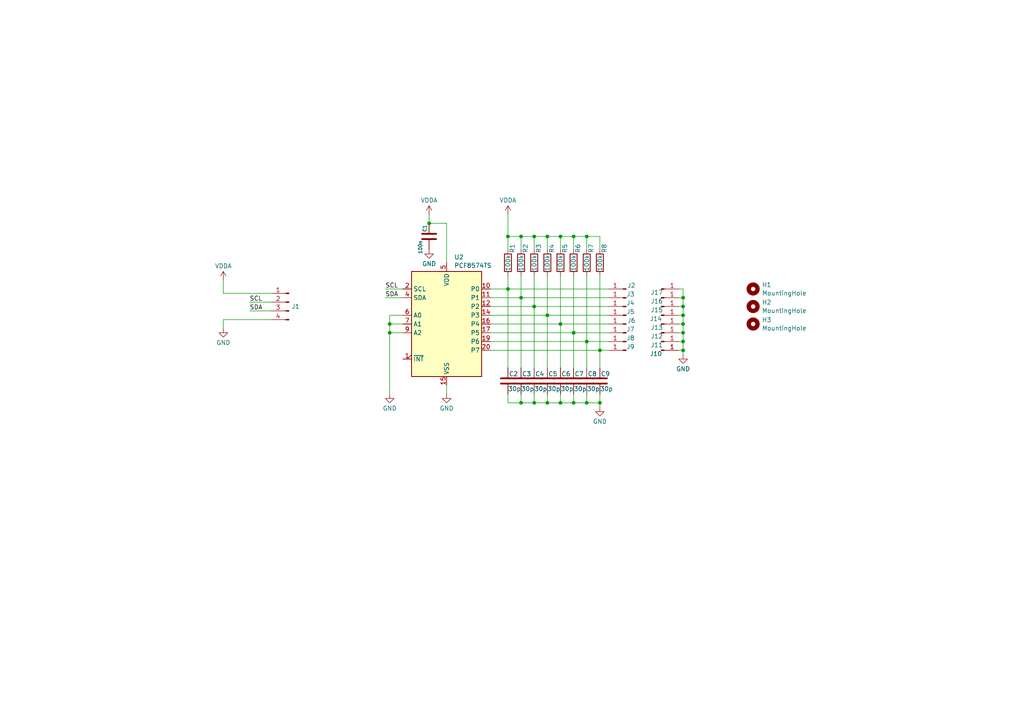
<source format=kicad_sch>
(kicad_sch (version 20231120) (generator "eeschema") (generator_version "8.0")
  (paper "A4")
  (title_block (title "Wind Direction Sensor") (rev "1") (company "B.P."))
  (lib_symbols
    (symbol "C_1" (pin_numbers hide) (pin_names (offset 0.254))
      (property "Reference" "C" (at 0.635 2.54 0))
      (property "Value" "C" (at 0.635 -2.54 0))
      (symbol "C_1_0_1"
        (polyline (pts (xy -2.032 -0.762) (xy 2.032 -0.762)) (stroke (width 0.508)))
        (polyline (pts (xy -2.032 0.762) (xy 2.032 0.762)) (stroke (width 0.508)))
      )
      (symbol "C_1_1_1"
        (pin passive line (at 0 3.81 270) (length 2.794) (name "~") (number "1"))
        (pin passive line (at 0 -3.81 90) (length 2.794) (name "~") (number "2"))
      )
    )
    (symbol "Connector:Conn_01x01_Pin" (pin_names (offset 1.016) hide)
      (property "Reference" "J" (at 0 2.54 0))
      (property "Value" "Conn_01x01_Pin" (at 0 -2.54 0))
      (symbol "Conn_01x01_Pin_1_1"
        (polyline (pts (xy 1.27 0) (xy 0.8636 0)) (stroke (width 0.1524)))
        (rectangle (start 0.8636 0.127) (end 0 -0.127) (stroke (width 0.1524)) (fill (type outline)))
        (pin passive line (at 5.08 0 180) (length 3.81) (name "Pin_1") (number "1"))
      )
    )
    (symbol "Connector:Conn_01x04_Pin" (pin_names (offset 1.016) hide)
      (property "Reference" "J" (at 0 5.08 0))
      (property "Value" "Conn_01x04_Pin" (at 0 -7.62 0))
      (symbol "Conn_01x04_Pin_1_1"
        (polyline (pts (xy 1.27 -5.08) (xy 0.8636 -5.08)) (stroke (width 0.1524)))
        (polyline (pts (xy 1.27 -2.54) (xy 0.8636 -2.54)) (stroke (width 0.1524)))
        (polyline (pts (xy 1.27 0) (xy 0.8636 0)) (stroke (width 0.1524)))
        (polyline (pts (xy 1.27 2.54) (xy 0.8636 2.54)) (stroke (width 0.1524)))
        (rectangle (start 0.8636 -4.953) (end 0 -5.207) (stroke (width 0.1524)) (fill (type outline)))
        (rectangle (start 0.8636 -2.413) (end 0 -2.667) (stroke (width 0.1524)) (fill (type outline)))
        (rectangle (start 0.8636 0.127) (end 0 -0.127) (stroke (width 0.1524)) (fill (type outline)))
        (rectangle (start 0.8636 2.667) (end 0 2.413) (stroke (width 0.1524)) (fill (type outline)))
        (pin passive line (at 5.08 2.54 180) (length 3.81) (name "Pin_1") (number "1"))
        (pin passive line (at 5.08 0 180) (length 3.81) (name "Pin_2") (number "2"))
        (pin passive line (at 5.08 -2.54 180) (length 3.81) (name "Pin_3") (number "3"))
        (pin passive line (at 5.08 -5.08 180) (length 3.81) (name "Pin_4") (number "4"))
      )
    )
    (symbol "Device:C" (pin_numbers hide) (pin_names (offset 0.254))
      (property "Reference" "C" (at 0.635 2.54 0))
      (property "Value" "C" (at 0.635 -2.54 0))
      (symbol "C_0_1"
        (polyline (pts (xy -2.032 -0.762) (xy 2.032 -0.762)) (stroke (width 0.508)))
        (polyline (pts (xy -2.032 0.762) (xy 2.032 0.762)) (stroke (width 0.508)))
      )
      (symbol "C_1_1"
        (pin passive line (at 0 3.81 270) (length 2.794) (name "~") (number "1"))
        (pin passive line (at 0 -3.81 90) (length 2.794) (name "~") (number "2"))
      )
    )
    (symbol "Device:R" (pin_numbers hide) (pin_names (offset 0))
      (property "Reference" "R" (at 2.032 0 90))
      (property "Value" "R" (at 0 0 90))
      (symbol "R_0_1"
        (rectangle (start -1.016 -2.54) (end 1.016 2.54) (stroke (width 0.254)))
      )
      (symbol "R_1_1"
        (pin passive line (at 0 3.81 270) (length 1.27) (name "~") (number "1"))
        (pin passive line (at 0 -3.81 90) (length 1.27) (name "~") (number "2"))
      )
    )
    (symbol "Interface_Expansion:PCF8574TS"
      (property "Reference" "U" (at -8.89 16.51 0))
      (property "Value" "PCF8574TS" (at 3.81 16.51 0))
      (symbol "PCF8574TS_0_1"
        (rectangle (start -10.16 15.24) (end 10.16 -15.24) (stroke (width 0.254)) (fill (type background)))
      )
      (symbol "PCF8574TS_1_1"
        (pin open_collector output_low (at -12.7 -10.16 0) (length 2.54) (name "~{INT}") (number "1"))
        (pin bidirectional line (at 12.7 10.16 180) (length 2.54) (name "P0") (number "10"))
        (pin bidirectional line (at 12.7 7.62 180) (length 2.54) (name "P1") (number "11"))
        (pin bidirectional line (at 12.7 5.08 180) (length 2.54) (name "P2") (number "12"))
        (pin no_connect line (at -10.16 -5.08 0) (length 2.54) hide (name "NC") (number "13"))
        (pin bidirectional line (at 12.7 2.54 180) (length 2.54) (name "P3") (number "14"))
        (pin power_in line (at 0 -17.78 90) (length 2.54) (name "VSS") (number "15"))
        (pin bidirectional line (at 12.7 0 180) (length 2.54) (name "P4") (number "16"))
        (pin bidirectional line (at 12.7 -2.54 180) (length 2.54) (name "P5") (number "17"))
        (pin no_connect line (at -10.16 -7.62 0) (length 2.54) hide (name "NC") (number "18"))
        (pin bidirectional line (at 12.7 -5.08 180) (length 2.54) (name "P6") (number "19"))
        (pin input line (at -12.7 10.16 0) (length 2.54) (name "SCL") (number "2"))
        (pin bidirectional line (at 12.7 -7.62 180) (length 2.54) (name "P7") (number "20"))
        (pin no_connect line (at 10.16 -10.16 180) (length 2.54) hide (name "NC") (number "3"))
        (pin bidirectional line (at -12.7 7.62 0) (length 2.54) (name "SDA") (number "4"))
        (pin power_in line (at 0 17.78 270) (length 2.54) (name "VDD") (number "5"))
        (pin input line (at -12.7 2.54 0) (length 2.54) (name "A0") (number "6"))
        (pin input line (at -12.7 0 0) (length 2.54) (name "A1") (number "7"))
        (pin no_connect line (at 10.16 -12.7 180) (length 2.54) hide (name "NC") (number "8"))
        (pin input line (at -12.7 -2.54 0) (length 2.54) (name "A2") (number "9"))
      )
    )
    (symbol "Mechanical:MountingHole" (pin_names (offset 1.016))
      (property "Reference" "H" (at 0 5.08 0))
      (property "Value" "MountingHole" (at 0 3.175 0))
      (symbol "MountingHole_0_1"
        (circle (center 0 0) (radius 1.27) (stroke (width 1.27)))
      )
    )
    (symbol "power:GND" (power) (pin_names (offset 0))
      (property "Value" "GND" (at 0 -3.81 0))
      (symbol "GND_0_1"
        (polyline (pts (xy 0 0) (xy 0 -1.27) (xy 1.27 -1.27) (xy 0 -2.54) (xy -1.27 -1.27) (xy 0 -1.27)))
      )
      (symbol "GND_1_1"
        (pin power_in line (at 0 0 270) (length 0) hide (name "GND") (number "1"))
      )
    )
    (symbol "power:VDDA" (power) (pin_names (offset 0))
      (property "Value" "VDDA" (at 0 3.81 0))
      (symbol "VDDA_0_1"
        (polyline (pts (xy -0.762 1.27) (xy 0 2.54)))
        (polyline (pts (xy 0 0) (xy 0 2.54)))
        (polyline (pts (xy 0 2.54) (xy 0.762 1.27)))
      )
      (symbol "VDDA_1_1"
        (pin power_in line (at 0 0 90) (length 0) hide (name "VDDA") (number "1"))
      )
    )
  )
  (junction (at 170.18 68.58))
  (junction (at 154.94 88.9))
  (junction (at 113.03 93.98))
  (junction (at 198.12 99.06))
  (junction (at 158.75 116.84))
  (junction (at 154.94 68.58))
  (junction (at 170.18 99.06))
  (junction (at 151.13 116.84))
  (junction (at 162.56 93.98))
  (junction (at 170.18 116.84))
  (junction (at 158.75 68.58))
  (junction (at 166.37 68.58))
  (junction (at 198.12 96.52))
  (junction (at 151.13 86.36))
  (junction (at 151.13 68.58))
  (junction (at 166.37 96.52))
  (junction (at 198.12 88.9))
  (junction (at 166.37 116.84))
  (junction (at 198.12 101.6))
  (junction (at 162.56 116.84))
  (junction (at 198.12 86.36))
  (junction (at 158.75 91.44))
  (junction (at 154.94 116.84))
  (junction (at 124.46 64.77))
  (junction (at 147.32 68.58))
  (junction (at 198.12 91.44))
  (junction (at 173.99 116.84))
  (junction (at 198.12 93.98))
  (junction (at 162.56 68.58))
  (junction (at 173.99 101.6))
  (junction (at 113.03 96.52))
  (junction (at 147.32 83.82))
  (wire (pts (xy 198.12 99.06) (xy 196.85 99.06)))
  (wire (pts (xy 154.94 80.01) (xy 154.94 88.9)))
  (wire (pts (xy 116.84 91.44) (xy 113.03 91.44)))
  (wire (pts (xy 198.12 83.82) (xy 198.12 86.36)))
  (wire (pts (xy 170.18 116.84) (xy 173.99 116.84)))
  (wire (pts (xy 147.32 83.82) (xy 142.24 83.82)))
  (wire (pts (xy 113.03 93.98) (xy 116.84 93.98)))
  (wire (pts (xy 64.77 85.09) (xy 64.77 81.28)))
  (wire (pts (xy 198.12 91.44) (xy 198.12 93.98)))
  (wire (pts (xy 111.76 86.36) (xy 116.84 86.36)))
  (wire (pts (xy 170.18 116.84) (xy 170.18 114.3)))
  (wire (pts (xy 162.56 72.39) (xy 162.56 68.58)))
  (wire (pts (xy 64.77 95.25) (xy 64.77 92.71)))
  (wire (pts (xy 78.74 90.17) (xy 72.39 90.17)))
  (wire (pts (xy 176.53 93.98) (xy 162.56 93.98)))
  (wire (pts (xy 147.32 68.58) (xy 147.32 72.39)))
  (wire (pts (xy 173.99 72.39) (xy 173.99 68.58)))
  (wire (pts (xy 147.32 80.01) (xy 147.32 83.82)))
  (wire (pts (xy 198.12 88.9) (xy 198.12 91.44)))
  (wire (pts (xy 198.12 96.52) (xy 196.85 96.52)))
  (wire (pts (xy 198.12 93.98) (xy 198.12 96.52)))
  (wire (pts (xy 151.13 86.36) (xy 176.53 86.36)))
  (wire (pts (xy 154.94 116.84) (xy 158.75 116.84)))
  (wire (pts (xy 158.75 80.01) (xy 158.75 91.44)))
  (wire (pts (xy 151.13 86.36) (xy 151.13 106.68)))
  (wire (pts (xy 124.46 64.77) (xy 124.46 62.23)))
  (wire (pts (xy 176.53 83.82) (xy 147.32 83.82)))
  (wire (pts (xy 162.56 68.58) (xy 166.37 68.58)))
  (wire (pts (xy 198.12 96.52) (xy 198.12 99.06)))
  (wire (pts (xy 151.13 80.01) (xy 151.13 86.36)))
  (wire (pts (xy 142.24 99.06) (xy 170.18 99.06)))
  (wire (pts (xy 170.18 99.06) (xy 170.18 106.68)))
  (wire (pts (xy 198.12 86.36) (xy 198.12 88.9)))
  (wire (pts (xy 142.24 91.44) (xy 158.75 91.44)))
  (wire (pts (xy 147.32 116.84) (xy 151.13 116.84)))
  (wire (pts (xy 162.56 116.84) (xy 162.56 114.3)))
  (wire (pts (xy 170.18 99.06) (xy 176.53 99.06)))
  (wire (pts (xy 142.24 86.36) (xy 151.13 86.36)))
  (wire (pts (xy 64.77 92.71) (xy 78.74 92.71)))
  (wire (pts (xy 151.13 116.84) (xy 151.13 114.3)))
  (wire (pts (xy 129.54 114.3) (xy 129.54 111.76)))
  (wire (pts (xy 129.54 76.2) (xy 129.54 64.77)))
  (wire (pts (xy 154.94 72.39) (xy 154.94 68.58)))
  (wire (pts (xy 151.13 68.58) (xy 154.94 68.58)))
  (wire (pts (xy 173.99 101.6) (xy 142.24 101.6)))
  (wire (pts (xy 166.37 116.84) (xy 166.37 114.3)))
  (wire (pts (xy 166.37 68.58) (xy 170.18 68.58)))
  (wire (pts (xy 147.32 116.84) (xy 147.32 114.3)))
  (wire (pts (xy 162.56 80.01) (xy 162.56 93.98)))
  (wire (pts (xy 154.94 88.9) (xy 142.24 88.9)))
  (wire (pts (xy 166.37 116.84) (xy 170.18 116.84)))
  (wire (pts (xy 173.99 116.84) (xy 173.99 114.3)))
  (wire (pts (xy 166.37 68.58) (xy 166.37 72.39)))
  (wire (pts (xy 173.99 116.84) (xy 173.99 118.11)))
  (wire (pts (xy 198.12 93.98) (xy 196.85 93.98)))
  (wire (pts (xy 170.18 68.58) (xy 173.99 68.58)))
  (wire (pts (xy 173.99 101.6) (xy 173.99 106.68)))
  (wire (pts (xy 113.03 91.44) (xy 113.03 93.98)))
  (wire (pts (xy 162.56 93.98) (xy 142.24 93.98)))
  (wire (pts (xy 151.13 68.58) (xy 147.32 68.58)))
  (wire (pts (xy 173.99 80.01) (xy 173.99 101.6)))
  (wire (pts (xy 147.32 62.23) (xy 147.32 68.58)))
  (wire (pts (xy 151.13 68.58) (xy 151.13 72.39)))
  (wire (pts (xy 154.94 88.9) (xy 154.94 106.68)))
  (wire (pts (xy 198.12 88.9) (xy 196.85 88.9)))
  (wire (pts (xy 176.53 96.52) (xy 166.37 96.52)))
  (wire (pts (xy 113.03 96.52) (xy 116.84 96.52)))
  (wire (pts (xy 198.12 101.6) (xy 196.85 101.6)))
  (wire (pts (xy 166.37 96.52) (xy 166.37 106.68)))
  (wire (pts (xy 129.54 64.77) (xy 124.46 64.77)))
  (wire (pts (xy 154.94 116.84) (xy 154.94 114.3)))
  (wire (pts (xy 158.75 91.44) (xy 158.75 106.68)))
  (wire (pts (xy 196.85 83.82) (xy 198.12 83.82)))
  (wire (pts (xy 170.18 80.01) (xy 170.18 99.06)))
  (wire (pts (xy 198.12 86.36) (xy 196.85 86.36)))
  (wire (pts (xy 151.13 116.84) (xy 154.94 116.84)))
  (wire (pts (xy 147.32 83.82) (xy 147.32 106.68)))
  (wire (pts (xy 170.18 72.39) (xy 170.18 68.58)))
  (wire (pts (xy 158.75 116.84) (xy 162.56 116.84)))
  (wire (pts (xy 162.56 93.98) (xy 162.56 106.68)))
  (wire (pts (xy 154.94 68.58) (xy 158.75 68.58)))
  (wire (pts (xy 64.77 85.09) (xy 78.74 85.09)))
  (wire (pts (xy 162.56 116.84) (xy 166.37 116.84)))
  (wire (pts (xy 158.75 72.39) (xy 158.75 68.58)))
  (wire (pts (xy 176.53 88.9) (xy 154.94 88.9)))
  (wire (pts (xy 198.12 91.44) (xy 196.85 91.44)))
  (wire (pts (xy 198.12 101.6) (xy 198.12 102.87)))
  (wire (pts (xy 176.53 101.6) (xy 173.99 101.6)))
  (wire (pts (xy 198.12 99.06) (xy 198.12 101.6)))
  (wire (pts (xy 111.76 83.82) (xy 116.84 83.82)))
  (wire (pts (xy 166.37 80.01) (xy 166.37 96.52)))
  (wire (pts (xy 158.75 68.58) (xy 162.56 68.58)))
  (wire (pts (xy 158.75 91.44) (xy 176.53 91.44)))
  (wire (pts (xy 78.74 87.63) (xy 72.39 87.63)))
  (wire (pts (xy 113.03 93.98) (xy 113.03 96.52)))
  (wire (pts (xy 158.75 116.84) (xy 158.75 114.3)))
  (wire (pts (xy 166.37 96.52) (xy 142.24 96.52)))
  (wire (pts (xy 113.03 96.52) (xy 113.03 114.3)))
  (label "SCL" (at 111.76 83.82 0))
  (label "SDA" (at 111.76 86.36 0))
  (label "SCL" (at 72.39 87.63 0))
  (label "SDA" (at 72.39 90.17 0))
  (symbol (lib_id "Connector:Conn_01x01_Pin") (at 181.61 86.36 180) (unit 1)
    (property "Reference" "J3" (at 182.88 85.344 0))
    (property "Value" "Conn_01x01_Pin" (effects (hide yes)))
    (property "Footprint" "TestPoint:TestPoint_THTPad_D1.5mm_Drill0.7mm" (effects (hide yes)))
    (property "Description" "Generic connector, single row, 01x01, script generated" (effects (hide yes)))
  )
  (symbol (lib_name "C_1") (lib_id "Device:C") (at 170.18 110.49 0) (unit 1)
    (property "Reference" "C8" (at 170.434 108.458 0) (effects (justify left)))
    (property "Value" "30p" (at 170.18 112.776 0) (effects (justify left)))
    (property "Footprint" "Capacitor_SMD:C_0603_1608Metric_Pad1.08x0.95mm_HandSolder" (effects (hide yes)))
    (property "Description" "Unpolarized capacitor" (effects (hide yes)))
    (property "LCSC" "C1658" (effects (hide yes)))
  )
  (symbol (lib_name "C_1") (lib_id "Device:C") (at 158.75 110.49 0) (unit 1)
    (property "Reference" "C5" (at 159.004 108.458 0) (effects (justify left)))
    (property "Value" "30p" (at 158.75 112.776 0) (effects (justify left)))
    (property "Footprint" "Capacitor_SMD:C_0603_1608Metric_Pad1.08x0.95mm_HandSolder" (effects (hide yes)))
    (property "Description" "Unpolarized capacitor" (effects (hide yes)))
    (property "LCSC" "C1658" (effects (hide yes)))
  )
  (symbol (lib_id "Connector:Conn_01x01_Pin") (at 181.61 91.44 180) (unit 1)
    (property "Reference" "J5" (at 182.88 90.424 0))
    (property "Value" "Conn_01x01_Pin" (effects (hide yes)))
    (property "Footprint" "TestPoint:TestPoint_THTPad_D1.5mm_Drill0.7mm" (effects (hide yes)))
    (property "Description" "Generic connector, single row, 01x01, script generated" (effects (hide yes)))
  )
  (symbol (lib_id "Connector:Conn_01x01_Pin") (at 181.61 88.9 180) (unit 1)
    (property "Reference" "J4" (at 182.88 87.884 0))
    (property "Value" "Conn_01x01_Pin" (effects (hide yes)))
    (property "Footprint" "TestPoint:TestPoint_THTPad_D1.5mm_Drill0.7mm" (effects (hide yes)))
    (property "Description" "Generic connector, single row, 01x01, script generated" (effects (hide yes)))
  )
  (symbol (lib_id "Connector:Conn_01x01_Pin") (at 191.77 86.36 0) (unit 1)
    (property "Reference" "J16" (at 190.5 87.376 0))
    (property "Value" "Conn_01x01_Pin" (effects (hide yes)))
    (property "Footprint" "TestPoint:TestPoint_THTPad_D1.5mm_Drill0.7mm" (effects (hide yes)))
    (property "Description" "Generic connector, single row, 01x01, script generated" (effects (hide yes)))
  )
  (symbol (lib_id "power:GND") (at 173.99 118.11 0) (mirror y) (unit 1)
    (property "Reference" "#PWR09" (effects (hide yes)))
    (property "Value" "GND" (at 173.99 122.2431 0))
  )
  (symbol (lib_name "C_1") (lib_id "Device:C") (at 162.56 110.49 0) (unit 1)
    (property "Reference" "C6" (at 162.814 108.458 0) (effects (justify left)))
    (property "Value" "30p" (at 162.56 112.776 0) (effects (justify left)))
    (property "Footprint" "Capacitor_SMD:C_0603_1608Metric_Pad1.08x0.95mm_HandSolder" (effects (hide yes)))
    (property "Description" "Unpolarized capacitor" (effects (hide yes)))
    (property "LCSC" "C1658" (effects (hide yes)))
  )
  (symbol (lib_id "Device:R") (at 147.32 76.2 0) (unit 1)
    (property "Reference" "R1" (at 148.59 73.406 90) (effects (justify left)))
    (property "Value" "100k" (at 147.32 78.74 90) (effects (justify left)))
    (property "Footprint" "Resistor_SMD:R_0603_1608Metric" (effects (hide yes)))
    (property "LCSC" "C25803" (effects (hide yes)))
  )
  (symbol (lib_id "Connector:Conn_01x01_Pin") (at 191.77 96.52 0) (unit 1)
    (property "Reference" "J12" (at 190.5 97.536 0))
    (property "Value" "Conn_01x01_Pin" (effects (hide yes)))
    (property "Footprint" "TestPoint:TestPoint_THTPad_D1.5mm_Drill0.7mm" (effects (hide yes)))
    (property "Description" "Generic connector, single row, 01x01, script generated" (effects (hide yes)))
  )
  (symbol (lib_id "Connector:Conn_01x01_Pin") (at 191.77 83.82 0) (unit 1)
    (property "Reference" "J17" (at 190.5 84.836 0))
    (property "Value" "Conn_01x01_Pin" (effects (hide yes)))
    (property "Footprint" "TestPoint:TestPoint_THTPad_D1.5mm_Drill0.7mm" (effects (hide yes)))
    (property "Description" "Generic connector, single row, 01x01, script generated" (effects (hide yes)))
  )
  (symbol (lib_id "power:GND") (at 129.54 114.3 0) (unit 1)
    (property "Reference" "#PWR05" (effects (hide yes)))
    (property "Value" "GND" (at 129.54 118.4331 0))
  )
  (symbol (lib_name "C_1") (lib_id "Device:C") (at 147.32 110.49 0) (unit 1)
    (property "Reference" "C2" (at 147.574 108.458 0) (effects (justify left)))
    (property "Value" "30p" (at 147.32 112.776 0) (effects (justify left)))
    (property "Footprint" "Capacitor_SMD:C_0603_1608Metric_Pad1.08x0.95mm_HandSolder" (effects (hide yes)))
    (property "Description" "Unpolarized capacitor" (effects (hide yes)))
    (property "LCSC" "C1658" (effects (hide yes)))
  )
  (symbol (lib_id "power:GND") (at 64.77 95.25 0) (unit 1)
    (property "Reference" "#PWR02" (effects (hide yes)))
    (property "Value" "GND" (at 64.77 99.3831 0))
  )
  (symbol (lib_id "Device:R") (at 173.99 76.2 0) (unit 1)
    (property "Reference" "R8" (at 175.26 73.406 90) (effects (justify left)))
    (property "Value" "100k" (at 173.99 78.74 90) (effects (justify left)))
    (property "Footprint" "Resistor_SMD:R_0603_1608Metric" (effects (hide yes)))
    (property "LCSC" "C25803" (effects (hide yes)))
  )
  (symbol (lib_id "Connector:Conn_01x04_Pin") (at 83.82 87.63 0) (mirror y) (unit 1)
    (property "Reference" "J1" (at 84.5312 88.9 0) (effects (justify right)))
    (property "Value" "Conn_01x04_Pin" (effects (hide yes)))
    (property "Footprint" "Connector_JST:JST_XH_B4B-XH-A_1x04_P2.50mm_Vertical" (effects (hide yes)))
    (property "Description" "Generic connector, single row, 01x04, script generated" (effects (hide yes)))
  )
  (symbol (lib_name "C_1") (lib_id "Device:C") (at 154.94 110.49 0) (unit 1)
    (property "Reference" "C4" (at 155.194 108.458 0) (effects (justify left)))
    (property "Value" "30p" (at 154.94 112.776 0) (effects (justify left)))
    (property "Footprint" "Capacitor_SMD:C_0603_1608Metric_Pad1.08x0.95mm_HandSolder" (effects (hide yes)))
    (property "Description" "Unpolarized capacitor" (effects (hide yes)))
    (property "LCSC" "C1658" (effects (hide yes)))
  )
  (symbol (lib_id "Device:C") (at 124.46 68.58 0) (unit 1)
    (property "Reference" "C1" (at 123.19 67.31 90) (effects (font (size 1 1)) (justify left)))
    (property "Value" "100n" (at 121.92 73.66 90) (effects (font (size 1 1)) (justify left)))
    (property "Footprint" "Capacitor_SMD:C_0603_1608Metric" (effects (hide yes)))
    (property "LCSC" "C14663" (effects (hide yes)))
  )
  (symbol (lib_id "Connector:Conn_01x01_Pin") (at 181.61 96.52 180) (unit 1)
    (property "Reference" "J7" (at 182.88 95.504 0))
    (property "Value" "Conn_01x01_Pin" (effects (hide yes)))
    (property "Footprint" "TestPoint:TestPoint_THTPad_D1.5mm_Drill0.7mm" (effects (hide yes)))
    (property "Description" "Generic connector, single row, 01x01, script generated" (effects (hide yes)))
  )
  (symbol (lib_id "Mechanical:MountingHole") (at 218.44 93.98 0) (unit 1)
    (property "Reference" "H3" (at 220.98 92.7678 0) (effects (justify left)))
    (property "Value" "MountingHole" (at 220.98 95.1921 0) (effects (justify left)))
    (property "Footprint" "MountingHole:MountingHole_3.2mm_M3" (effects (hide yes)))
    (property "Description" "Mounting Hole without connection" (effects (hide yes)))
  )
  (symbol (lib_id "power:GND") (at 113.03 114.3 0) (unit 1)
    (property "Reference" "#PWR06" (effects (hide yes)))
    (property "Value" "GND" (at 113.03 118.4331 0))
  )
  (symbol (lib_id "Device:R") (at 154.94 76.2 0) (unit 1)
    (property "Reference" "R3" (at 156.21 73.406 90) (effects (justify left)))
    (property "Value" "100k" (at 154.94 78.74 90) (effects (justify left)))
    (property "Footprint" "Resistor_SMD:R_0603_1608Metric" (effects (hide yes)))
    (property "LCSC" "C25803" (effects (hide yes)))
  )
  (symbol (lib_id "Connector:Conn_01x01_Pin") (at 191.77 93.98 0) (unit 1)
    (property "Reference" "J13" (at 190.5 94.996 0))
    (property "Value" "Conn_01x01_Pin" (effects (hide yes)))
    (property "Footprint" "TestPoint:TestPoint_THTPad_D1.5mm_Drill0.7mm" (effects (hide yes)))
    (property "Description" "Generic connector, single row, 01x01, script generated" (effects (hide yes)))
  )
  (symbol (lib_id "Device:R") (at 166.37 76.2 0) (unit 1)
    (property "Reference" "R6" (at 167.64 73.406 90) (effects (justify left)))
    (property "Value" "100k" (at 166.37 78.74 90) (effects (justify left)))
    (property "Footprint" "Resistor_SMD:R_0603_1608Metric" (effects (hide yes)))
    (property "LCSC" "C25803" (effects (hide yes)))
  )
  (symbol (lib_id "Device:R") (at 170.18 76.2 0) (unit 1)
    (property "Reference" "R7" (at 171.45 73.406 90) (effects (justify left)))
    (property "Value" "100k" (at 170.18 78.74 90) (effects (justify left)))
    (property "Footprint" "Resistor_SMD:R_0603_1608Metric" (effects (hide yes)))
    (property "LCSC" "C25803" (effects (hide yes)))
  )
  (symbol (lib_id "power:GND") (at 124.46 72.39 0) (unit 1)
    (property "Reference" "#PWR04" (effects (hide yes)))
    (property "Value" "GND" (at 124.46 76.5231 0))
  )
  (symbol (lib_name "C_1") (lib_id "Device:C") (at 166.37 110.49 0) (unit 1)
    (property "Reference" "C7" (at 166.624 108.458 0) (effects (justify left)))
    (property "Value" "30p" (at 166.37 112.776 0) (effects (justify left)))
    (property "Footprint" "Capacitor_SMD:C_0603_1608Metric_Pad1.08x0.95mm_HandSolder" (effects (hide yes)))
    (property "Description" "Unpolarized capacitor" (effects (hide yes)))
    (property "LCSC" "C1658" (effects (hide yes)))
  )
  (symbol (lib_id "Mechanical:MountingHole") (at 218.44 88.9 0) (unit 1)
    (property "Reference" "H2" (at 220.98 87.6878 0) (effects (justify left)))
    (property "Value" "MountingHole" (at 220.98 90.1121 0) (effects (justify left)))
    (property "Footprint" "MountingHole:MountingHole_3.2mm_M3" (effects (hide yes)))
    (property "Description" "Mounting Hole without connection" (effects (hide yes)))
  )
  (symbol (lib_id "power:VDDA") (at 147.32 62.23 0) (mirror y) (unit 1)
    (property "Reference" "#PWR08" (effects (hide yes)))
    (property "Value" "VDDA" (at 147.32 58.0969 0))
  )
  (symbol (lib_name "C_1") (lib_id "Device:C") (at 173.99 110.49 0) (unit 1)
    (property "Reference" "C9" (at 174.244 108.458 0) (effects (justify left)))
    (property "Value" "30p" (at 173.99 112.776 0) (effects (justify left)))
    (property "Footprint" "Capacitor_SMD:C_0603_1608Metric_Pad1.08x0.95mm_HandSolder" (effects (hide yes)))
    (property "Description" "Unpolarized capacitor" (effects (hide yes)))
    (property "LCSC" "C1658" (effects (hide yes)))
  )
  (symbol (lib_id "Interface_Expansion:PCF8574TS") (at 129.54 93.98 0) (unit 1)
    (property "Reference" "U2" (at 131.7341 74.5955 0) (effects (justify left)))
    (property "Value" "PCF8574TS" (at 131.7341 77.0198 0) (effects (justify left)))
    (property "Footprint" "Package_SO:SSOP-20_4.4x6.5mm_P0.65mm" (effects (hide yes)))
    (property "Datasheet" "http://www.nxp.com/docs/en/data-sheet/PCF8574_PCF8574A.pdf" (effects (hide yes)))
    (property "Description" "8 Bit Port/Expander to I2C Bus, SSOP-20" (effects (hide yes)))
  )
  (symbol (lib_id "Mechanical:MountingHole") (at 218.44 83.82 0) (unit 1)
    (property "Reference" "H1" (at 220.98 82.6078 0) (effects (justify left)))
    (property "Value" "MountingHole" (at 220.98 85.0321 0) (effects (justify left)))
    (property "Footprint" "MountingHole:MountingHole_3.2mm_M3" (effects (hide yes)))
    (property "Description" "Mounting Hole without connection" (effects (hide yes)))
  )
  (symbol (lib_id "power:GND") (at 198.12 102.87 0) (mirror y) (unit 1)
    (property "Reference" "#PWR07" (effects (hide yes)))
    (property "Value" "GND" (at 198.12 107.0031 0))
  )
  (symbol (lib_id "power:VDDA") (at 124.46 62.23 0) (mirror y) (unit 1)
    (property "Reference" "#PWR03" (effects (hide yes)))
    (property "Value" "VDDA" (at 124.46 58.0969 0))
  )
  (symbol (lib_id "Connector:Conn_01x01_Pin") (at 191.77 101.6 0) (unit 1)
    (property "Reference" "J10" (at 190.246 102.616 0))
    (property "Value" "Conn_01x01_Pin" (effects (hide yes)))
    (property "Footprint" "TestPoint:TestPoint_THTPad_D1.5mm_Drill0.7mm" (effects (hide yes)))
    (property "Description" "Generic connector, single row, 01x01, script generated" (effects (hide yes)))
  )
  (symbol (lib_id "power:VDDA") (at 64.77 81.28 0) (mirror y) (unit 1)
    (property "Reference" "#PWR01" (effects (hide yes)))
    (property "Value" "VDDA" (at 64.77 77.1469 0))
  )
  (symbol (lib_id "Device:R") (at 158.75 76.2 0) (unit 1)
    (property "Reference" "R4" (at 160.02 73.406 90) (effects (justify left)))
    (property "Value" "100k" (at 158.75 78.74 90) (effects (justify left)))
    (property "Footprint" "Resistor_SMD:R_0603_1608Metric" (effects (hide yes)))
    (property "LCSC" "C25803" (effects (hide yes)))
  )
  (symbol (lib_id "Connector:Conn_01x01_Pin") (at 181.61 93.98 180) (unit 1)
    (property "Reference" "J6" (at 183.134 92.964 0))
    (property "Value" "Conn_01x01_Pin" (effects (hide yes)))
    (property "Footprint" "TestPoint:TestPoint_THTPad_D1.5mm_Drill0.7mm" (effects (hide yes)))
    (property "Description" "Generic connector, single row, 01x01, script generated" (effects (hide yes)))
  )
  (symbol (lib_id "Connector:Conn_01x01_Pin") (at 191.77 88.9 0) (unit 1)
    (property "Reference" "J15" (at 190.5 89.916 0))
    (property "Value" "Conn_01x01_Pin" (effects (hide yes)))
    (property "Footprint" "TestPoint:TestPoint_THTPad_D1.5mm_Drill0.7mm" (effects (hide yes)))
    (property "Description" "Generic connector, single row, 01x01, script generated" (effects (hide yes)))
  )
  (symbol (lib_id "Connector:Conn_01x01_Pin") (at 191.77 99.06 0) (unit 1)
    (property "Reference" "J11" (at 190.5 100.076 0))
    (property "Value" "Conn_01x01_Pin" (effects (hide yes)))
    (property "Footprint" "TestPoint:TestPoint_THTPad_D1.5mm_Drill0.7mm" (effects (hide yes)))
    (property "Description" "Generic connector, single row, 01x01, script generated" (effects (hide yes)))
  )
  (symbol (lib_name "C_1") (lib_id "Device:C") (at 151.13 110.49 0) (unit 1)
    (property "Reference" "C3" (at 151.384 108.458 0) (effects (justify left)))
    (property "Value" "30p" (at 151.13 112.776 0) (effects (justify left)))
    (property "Footprint" "Capacitor_SMD:C_0603_1608Metric_Pad1.08x0.95mm_HandSolder" (effects (hide yes)))
    (property "Description" "Unpolarized capacitor" (effects (hide yes)))
    (property "LCSC" "C1658" (effects (hide yes)))
  )
  (symbol (lib_id "Device:R") (at 151.13 76.2 0) (unit 1)
    (property "Reference" "R2" (at 152.4 73.406 90) (effects (justify left)))
    (property "Value" "100k" (at 151.13 78.74 90) (effects (justify left)))
    (property "Footprint" "Resistor_SMD:R_0603_1608Metric" (effects (hide yes)))
    (property "LCSC" "C25803" (effects (hide yes)))
  )
  (symbol (lib_id "Connector:Conn_01x01_Pin") (at 191.77 91.44 0) (unit 1)
    (property "Reference" "J14" (at 190.246 92.456 0))
    (property "Value" "Conn_01x01_Pin" (effects (hide yes)))
    (property "Footprint" "TestPoint:TestPoint_THTPad_D1.5mm_Drill0.7mm" (effects (hide yes)))
    (property "Description" "Generic connector, single row, 01x01, script generated" (effects (hide yes)))
  )
  (symbol (lib_id "Connector:Conn_01x01_Pin") (at 181.61 101.6 180) (unit 1)
    (property "Reference" "J9" (at 182.88 100.584 0))
    (property "Value" "Conn_01x01_Pin" (effects (hide yes)))
    (property "Footprint" "TestPoint:TestPoint_THTPad_D1.5mm_Drill0.7mm" (effects (hide yes)))
    (property "Description" "Generic connector, single row, 01x01, script generated" (effects (hide yes)))
  )
  (symbol (lib_id "Connector:Conn_01x01_Pin") (at 181.61 99.06 180) (unit 1)
    (property "Reference" "J8" (at 182.88 98.044 0))
    (property "Value" "Conn_01x01_Pin" (effects (hide yes)))
    (property "Footprint" "TestPoint:TestPoint_THTPad_D1.5mm_Drill0.7mm" (effects (hide yes)))
    (property "Description" "Generic connector, single row, 01x01, script generated" (effects (hide yes)))
  )
  (symbol (lib_id "Connector:Conn_01x01_Pin") (at 181.61 83.82 180) (unit 1)
    (property "Reference" "J2" (at 183.134 82.804 0))
    (property "Value" "Conn_01x01_Pin" (effects (hide yes)))
    (property "Footprint" "TestPoint:TestPoint_THTPad_D1.5mm_Drill0.7mm" (effects (hide yes)))
    (property "Description" "Generic connector, single row, 01x01, script generated" (effects (hide yes)))
  )
  (symbol (lib_id "Device:R") (at 162.56 76.2 0) (unit 1)
    (property "Reference" "R5" (at 163.83 73.406 90) (effects (justify left)))
    (property "Value" "100k" (at 162.56 78.74 90) (effects (justify left)))
    (property "Footprint" "Resistor_SMD:R_0603_1608Metric" (effects (hide yes)))
    (property "LCSC" "C25803" (effects (hide yes)))
  )
)
</source>
